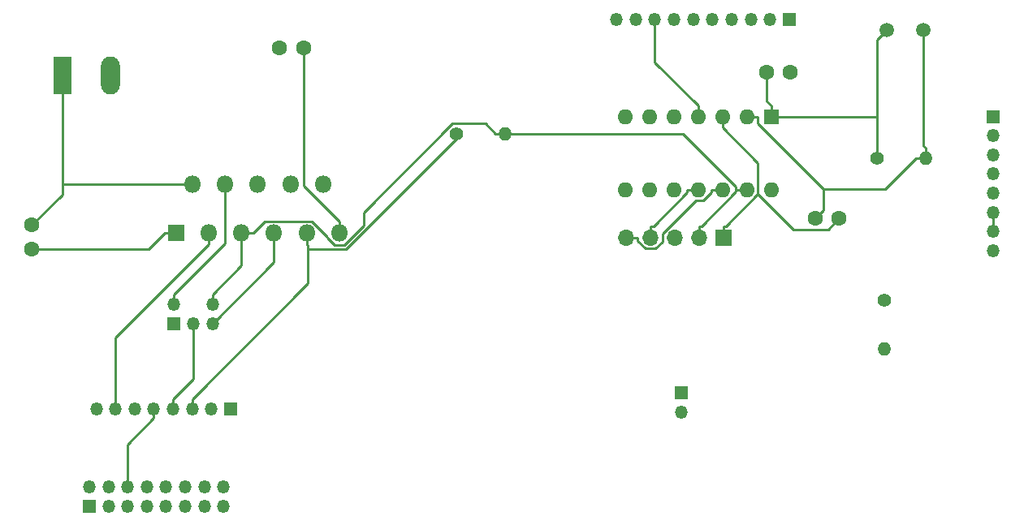
<source format=gbr>
G04 #@! TF.GenerationSoftware,KiCad,Pcbnew,(5.1.5-0-10_14)*
G04 #@! TF.CreationDate,2020-08-23T20:17:24-03:00*
G04 #@! TF.ProjectId,Micros,4d696372-6f73-42e6-9b69-6361645f7063,rev?*
G04 #@! TF.SameCoordinates,Original*
G04 #@! TF.FileFunction,Copper,L2,Bot*
G04 #@! TF.FilePolarity,Positive*
%FSLAX46Y46*%
G04 Gerber Fmt 4.6, Leading zero omitted, Abs format (unit mm)*
G04 Created by KiCad (PCBNEW (5.1.5-0-10_14)) date 2020-08-23 20:17:24*
%MOMM*%
%LPD*%
G04 APERTURE LIST*
%ADD10R,1.350000X1.350000*%
%ADD11O,1.350000X1.350000*%
%ADD12O,1.600000X1.600000*%
%ADD13R,1.600000X1.600000*%
%ADD14C,1.600000*%
%ADD15R,1.700000X1.700000*%
%ADD16O,1.700000X1.700000*%
%ADD17C,1.500000*%
%ADD18R,1.800000X1.800000*%
%ADD19O,1.800000X1.800000*%
%ADD20C,1.400000*%
%ADD21O,1.400000X1.400000*%
%ADD22R,1.980000X3.960000*%
%ADD23O,1.980000X3.960000*%
%ADD24C,0.250000*%
G04 APERTURE END LIST*
D10*
X94705000Y-133605000D03*
D11*
X94705000Y-131605000D03*
X96705000Y-133605000D03*
X98705000Y-133605000D03*
X98705000Y-131605000D03*
D12*
X156965000Y-119635000D03*
X141725000Y-112015000D03*
X154425000Y-119635000D03*
X144265000Y-112015000D03*
X151885000Y-119635000D03*
X146805000Y-112015000D03*
X149345000Y-119635000D03*
X149345000Y-112015000D03*
X146805000Y-119635000D03*
X151885000Y-112015000D03*
X144265000Y-119635000D03*
X154425000Y-112015000D03*
X141725000Y-119635000D03*
D13*
X156965000Y-112015000D03*
D14*
X164065000Y-122645000D03*
X161565000Y-122645000D03*
X79905000Y-123345000D03*
X79905000Y-125845000D03*
X105725000Y-104855000D03*
X108225000Y-104855000D03*
X156485000Y-107385000D03*
X158985000Y-107385000D03*
D10*
X147575000Y-140835000D03*
D11*
X147575000Y-142835000D03*
X180105000Y-126015000D03*
X180105000Y-124015000D03*
X180105000Y-122015000D03*
X180105000Y-120015000D03*
X180105000Y-118015000D03*
X180105000Y-116015000D03*
X180105000Y-114015000D03*
D10*
X180105000Y-112015000D03*
X100605000Y-142495000D03*
D11*
X98605000Y-142495000D03*
X96605000Y-142495000D03*
X94605000Y-142495000D03*
X92605000Y-142495000D03*
X90605000Y-142495000D03*
X88605000Y-142495000D03*
X86605000Y-142495000D03*
D10*
X158845000Y-101855000D03*
D11*
X156845000Y-101855000D03*
X154845000Y-101855000D03*
X152845000Y-101855000D03*
X150845000Y-101855000D03*
X148845000Y-101855000D03*
X146845000Y-101855000D03*
X144845000Y-101855000D03*
X142845000Y-101855000D03*
X140845000Y-101855000D03*
D10*
X85875000Y-152655000D03*
D11*
X85875000Y-150655000D03*
X87875000Y-152655000D03*
X87875000Y-150655000D03*
X89875000Y-152655000D03*
X89875000Y-150655000D03*
X91875000Y-152655000D03*
X91875000Y-150655000D03*
X93875000Y-152655000D03*
X93875000Y-150655000D03*
X95875000Y-152655000D03*
X95875000Y-150655000D03*
X97875000Y-152655000D03*
X97875000Y-150655000D03*
X99875000Y-152655000D03*
X99875000Y-150655000D03*
D15*
X152035000Y-124625000D03*
D16*
X149495000Y-124625000D03*
X146955000Y-124625000D03*
X144415000Y-124625000D03*
X141875000Y-124625000D03*
D17*
X168995000Y-102995000D03*
X172795000Y-102995000D03*
D18*
X94935000Y-124155000D03*
D19*
X96635000Y-119075000D03*
X98335000Y-124155000D03*
X100035000Y-119075000D03*
X101735000Y-124155000D03*
X103435000Y-119075000D03*
X105135000Y-124155000D03*
X106835000Y-119075000D03*
X108535000Y-124155000D03*
X110235000Y-119075000D03*
X111935000Y-124155000D03*
D20*
X168025000Y-116355000D03*
D21*
X173105000Y-116355000D03*
X168775000Y-136235000D03*
D20*
X168775000Y-131155000D03*
X124165000Y-113815000D03*
D21*
X129245000Y-113815000D03*
D22*
X83055000Y-107705000D03*
D23*
X88055000Y-107705000D03*
D24*
X83055000Y-119075000D02*
X83055000Y-120195000D01*
X83055000Y-120195000D02*
X79905000Y-123345000D01*
X83055000Y-107705000D02*
X83055000Y-119075000D01*
X95409700Y-119075000D02*
X83055000Y-119075000D01*
X96635000Y-119075000D02*
X95409700Y-119075000D01*
X108535000Y-124155000D02*
X108535000Y-125380300D01*
X108663300Y-125856600D02*
X108663300Y-129436400D01*
X108663300Y-129436400D02*
X96605000Y-141494700D01*
X108535000Y-125380300D02*
X108663300Y-125508600D01*
X108663300Y-125508600D02*
X108663300Y-125856600D01*
X108663300Y-125856600D02*
X112648400Y-125856600D01*
X112648400Y-125856600D02*
X124165000Y-114340000D01*
X124165000Y-114340000D02*
X124165000Y-113815000D01*
X96605000Y-142495000D02*
X96605000Y-141494700D01*
X129245000Y-113815000D02*
X128219700Y-113815000D01*
X128219700Y-113815000D02*
X127161100Y-112756400D01*
X127161100Y-112756400D02*
X123757400Y-112756400D01*
X123757400Y-112756400D02*
X114465400Y-122048400D01*
X114465400Y-122048400D02*
X114465400Y-123402700D01*
X114465400Y-123402700D02*
X112461900Y-125406200D01*
X112461900Y-125406200D02*
X111431300Y-125406200D01*
X111431300Y-125406200D02*
X110709600Y-124684500D01*
X110709600Y-124684500D02*
X110709600Y-124592100D01*
X110709600Y-124592100D02*
X109047200Y-122929700D01*
X109047200Y-122929700D02*
X104185600Y-122929700D01*
X104185600Y-122929700D02*
X102960300Y-124155000D01*
X129245000Y-113815000D02*
X147761000Y-113815000D01*
X147761000Y-113815000D02*
X153299700Y-119353700D01*
X153299700Y-119353700D02*
X153299700Y-119635000D01*
X101735000Y-124155000D02*
X102960300Y-124155000D01*
X149495000Y-124625000D02*
X149495000Y-123449700D01*
X149495000Y-123449700D02*
X149715400Y-123449700D01*
X149715400Y-123449700D02*
X153299700Y-119865400D01*
X153299700Y-119865400D02*
X153299700Y-119635000D01*
X154425000Y-119635000D02*
X153299700Y-119635000D01*
X98705000Y-131605000D02*
X98705000Y-130604700D01*
X101735000Y-124155000D02*
X101735000Y-127574700D01*
X101735000Y-127574700D02*
X98705000Y-130604700D01*
X155586500Y-120118600D02*
X155586500Y-116841800D01*
X155586500Y-116841800D02*
X151885000Y-113140300D01*
X152035000Y-123449700D02*
X152255400Y-123449700D01*
X152255400Y-123449700D02*
X155586500Y-120118600D01*
X155586500Y-120118600D02*
X159262500Y-123794600D01*
X159262500Y-123794600D02*
X162915400Y-123794600D01*
X162915400Y-123794600D02*
X164065000Y-122645000D01*
X152035000Y-124625000D02*
X152035000Y-123449700D01*
X151885000Y-112015000D02*
X151885000Y-113140300D01*
X105135000Y-124155000D02*
X105135000Y-127175000D01*
X105135000Y-127175000D02*
X98705000Y-133605000D01*
X180105000Y-122015000D02*
X180105000Y-124015000D01*
X168025000Y-112015000D02*
X168025000Y-103965000D01*
X168025000Y-103965000D02*
X168995000Y-102995000D01*
X168025000Y-116355000D02*
X168025000Y-112015000D01*
X168025000Y-112015000D02*
X158090300Y-112015000D01*
X156965000Y-112015000D02*
X158090300Y-112015000D01*
X156965000Y-112015000D02*
X156965000Y-110889700D01*
X156485000Y-107385000D02*
X156485000Y-110409700D01*
X156485000Y-110409700D02*
X156965000Y-110889700D01*
X162394600Y-119562600D02*
X155550300Y-112718300D01*
X155550300Y-112718300D02*
X155550300Y-112015000D01*
X172079700Y-116355000D02*
X168872100Y-119562600D01*
X168872100Y-119562600D02*
X162394600Y-119562600D01*
X162394600Y-119562600D02*
X162394600Y-121815400D01*
X162394600Y-121815400D02*
X161565000Y-122645000D01*
X154425000Y-112015000D02*
X155550300Y-112015000D01*
X173105000Y-116355000D02*
X173105000Y-115329700D01*
X172795000Y-102995000D02*
X172795000Y-115019700D01*
X172795000Y-115019700D02*
X173105000Y-115329700D01*
X173105000Y-116355000D02*
X172079700Y-116355000D01*
X94935000Y-124155000D02*
X93709700Y-124155000D01*
X93709700Y-124155000D02*
X92019700Y-125845000D01*
X92019700Y-125845000D02*
X79905000Y-125845000D01*
X98335000Y-124155000D02*
X98335000Y-125380300D01*
X98335000Y-125380300D02*
X88605000Y-135110300D01*
X88605000Y-135110300D02*
X88605000Y-142495000D01*
X94705000Y-131605000D02*
X94705000Y-130604700D01*
X100035000Y-119075000D02*
X100035000Y-125274700D01*
X100035000Y-125274700D02*
X94705000Y-130604700D01*
X111935000Y-124155000D02*
X111935000Y-122929700D01*
X108225000Y-104855000D02*
X108225000Y-119219700D01*
X108225000Y-119219700D02*
X111935000Y-122929700D01*
X149345000Y-119635000D02*
X148219700Y-119635000D01*
X144415000Y-124625000D02*
X144415000Y-123449700D01*
X144415000Y-123449700D02*
X144693800Y-123449700D01*
X144693800Y-123449700D02*
X148219700Y-119923800D01*
X148219700Y-119923800D02*
X148219700Y-119635000D01*
X141875000Y-124625000D02*
X143050300Y-124625000D01*
X151885000Y-119635000D02*
X150759700Y-119635000D01*
X150759700Y-119635000D02*
X150759700Y-119916400D01*
X150759700Y-119916400D02*
X149915800Y-120760300D01*
X149915800Y-120760300D02*
X149155500Y-120760300D01*
X149155500Y-120760300D02*
X145685000Y-124230800D01*
X145685000Y-124230800D02*
X145685000Y-125045700D01*
X145685000Y-125045700D02*
X144930400Y-125800300D01*
X144930400Y-125800300D02*
X143858200Y-125800300D01*
X143858200Y-125800300D02*
X143050300Y-124992400D01*
X143050300Y-124992400D02*
X143050300Y-124625000D01*
X92605000Y-142495000D02*
X92605000Y-143495300D01*
X92605000Y-143495300D02*
X89875000Y-146225300D01*
X89875000Y-146225300D02*
X89875000Y-150655000D01*
X149345000Y-112015000D02*
X149345000Y-110889700D01*
X144845000Y-101855000D02*
X144845000Y-106389700D01*
X144845000Y-106389700D02*
X149345000Y-110889700D01*
X94605000Y-142495000D02*
X94605000Y-141494700D01*
X94605000Y-141494700D02*
X96705000Y-139394700D01*
X96705000Y-139394700D02*
X96705000Y-133605000D01*
M02*

</source>
